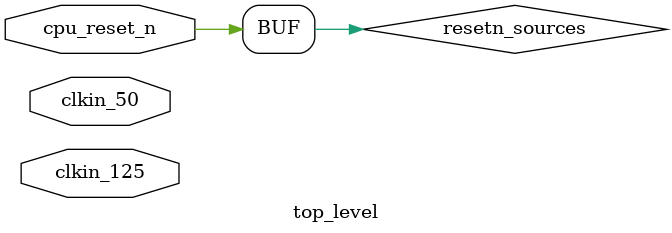
<source format=v>

module top_level
(
  input           clkin_50,
  input           clkin_125,

  input           cpu_reset_n
     
);

//
// Declare a localparam for the number of reset sources that exist in this design.
// This parameter will be used by the global_reset_generator module.
//
localparam RESET_SOURCES_COUNT = 1;

//
// define the wires required for the top level stitching
//

reg [(RESET_SOURCES_COUNT - 1):0]   resetn_sources;

wire            global_resetn;

//
// Tie the reset sources from the system into the global_reset_generator module.
// The reset counter width of 16 should provide a 2^16 clock assertion of global reset
// which at 50MHz should be 1.31ms long.
//
  always @ (*) begin
        resetn_sources[(RESET_SOURCES_COUNT - 1)]   <=  cpu_reset_n;
  end

global_reset_generator 
#(
  .RESET_SOURCES_WIDTH  (RESET_SOURCES_COUNT),
  .RESET_COUNTER_WIDTH  (16)
) global_reset_generator_inst
(
  .clk            (clkin_50),
  .resetn_sources (resetn_sources),
  .global_resetn  (global_resetn),
);

//
// The QSYS system instantiation.
//
multiprocessor_tutorial_main_system  multiprocessor_tutorial_main_system_inst
(
  // 1) global signals:
  .clk_in_clk                                                 (clkin_50),
  .clk_clk_in_reset_reset_n                                   (global_resetn)

);

endmodule

</source>
